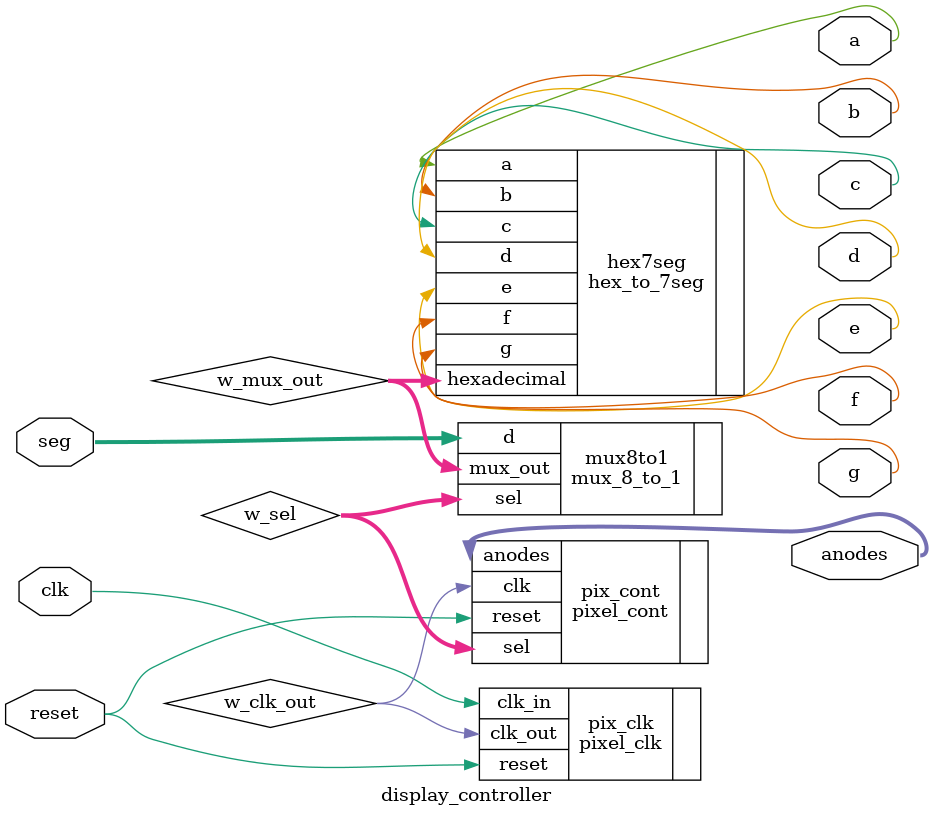
<source format=v>
`timescale 1ns / 1ps
/****************************************************************************
*    File Name:     Display Controller
*    Project:       Lab Project 5: Register Files
*    Designers:     Houssem Eddin Loudhabachi and Jose Sotelo
*    Emails:        jsotelo235@gmail.com and hloudhabachi@gmail.com 
*    Rev. Date:     March. 22, 2017
*
*    Purpose:
*    The purpose for this module is to instantiate the pixel clock, pixel
*    controller, ad_mux, and the seven segment display to create the display
*    controller.
*    
*    The display controller will have as inputs a clock, reset, and a 32 
*    bit seg input.
*
*    The outputs will be 7 bit anodes which select which "pixel" to turn on and
*    the "pixels" a,b,c,d,e,f,g that will light up upon the selection of the
*    anodes.
*
*    Each instantiated module will have an input and output according to the
*    specifications of the display controller. The details of how each module
*    is instatiated is presented below. 
 ****************************************************************************/
module display_controller(clk, reset, seg, anodes, a, b, c, d, e, f, g);

     input               clk, reset;
     
     input     [31:0]     seg;   
     
     output    [7:0]     anodes;
     output              a, b, c, d, e, f, g;
     
     wire                w_clk_out;
     wire      [2:0]     w_sel;
     wire      [3:0]     w_mux_out;
     
     //***********************************
     //   Pixel Clock Instantiation
     //***********************************
     pixel_clk
               pix_clk(.clk_in(clk), .reset(reset), .clk_out(w_clk_out));
               
     //***********************************
     //   Pixel Controller Instantiation
     //*********************************** 
     pixel_cont
               pix_cont(.clk(w_clk_out), .reset(reset), .sel(w_sel), .anodes(anodes));
                    
     //***********************************
     //   8-to-1 Mux Instantiation
     //***********************************
     mux_8_to_1
               mux8to1(.sel(w_sel), .d(seg), .mux_out(w_mux_out));
                       
     //**********************************************
     //   Hex to 7 Segment Display Mux Instantiation
     //**********************************************
     hex_to_7seg
                    hex7seg(.hexadecimal(w_mux_out), .a(a), .b(b), .c(c), .d(d), .e(e), .f(f), .g(g));
endmodule

</source>
